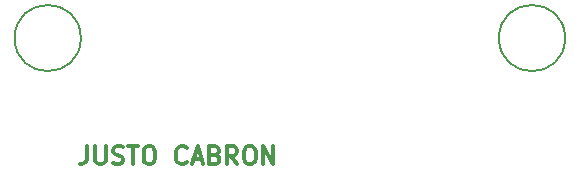
<source format=gbr>
G04 #@! TF.FileFunction,Other,Comment*
%FSLAX46Y46*%
G04 Gerber Fmt 4.6, Leading zero omitted, Abs format (unit mm)*
G04 Created by KiCad (PCBNEW 4.0.7-e2-6376~58~ubuntu16.04.1) date Fri Sep 22 12:12:09 2017*
%MOMM*%
%LPD*%
G01*
G04 APERTURE LIST*
%ADD10C,0.100000*%
%ADD11C,0.300000*%
%ADD12C,0.150000*%
G04 APERTURE END LIST*
D10*
D11*
X93321428Y-152178571D02*
X93321428Y-153250000D01*
X93250000Y-153464286D01*
X93107143Y-153607143D01*
X92892857Y-153678571D01*
X92750000Y-153678571D01*
X94035714Y-152178571D02*
X94035714Y-153392857D01*
X94107142Y-153535714D01*
X94178571Y-153607143D01*
X94321428Y-153678571D01*
X94607142Y-153678571D01*
X94750000Y-153607143D01*
X94821428Y-153535714D01*
X94892857Y-153392857D01*
X94892857Y-152178571D01*
X95535714Y-153607143D02*
X95750000Y-153678571D01*
X96107143Y-153678571D01*
X96250000Y-153607143D01*
X96321429Y-153535714D01*
X96392857Y-153392857D01*
X96392857Y-153250000D01*
X96321429Y-153107143D01*
X96250000Y-153035714D01*
X96107143Y-152964286D01*
X95821429Y-152892857D01*
X95678571Y-152821429D01*
X95607143Y-152750000D01*
X95535714Y-152607143D01*
X95535714Y-152464286D01*
X95607143Y-152321429D01*
X95678571Y-152250000D01*
X95821429Y-152178571D01*
X96178571Y-152178571D01*
X96392857Y-152250000D01*
X96821428Y-152178571D02*
X97678571Y-152178571D01*
X97250000Y-153678571D02*
X97250000Y-152178571D01*
X98464285Y-152178571D02*
X98749999Y-152178571D01*
X98892857Y-152250000D01*
X99035714Y-152392857D01*
X99107142Y-152678571D01*
X99107142Y-153178571D01*
X99035714Y-153464286D01*
X98892857Y-153607143D01*
X98749999Y-153678571D01*
X98464285Y-153678571D01*
X98321428Y-153607143D01*
X98178571Y-153464286D01*
X98107142Y-153178571D01*
X98107142Y-152678571D01*
X98178571Y-152392857D01*
X98321428Y-152250000D01*
X98464285Y-152178571D01*
X101750000Y-153535714D02*
X101678571Y-153607143D01*
X101464285Y-153678571D01*
X101321428Y-153678571D01*
X101107143Y-153607143D01*
X100964285Y-153464286D01*
X100892857Y-153321429D01*
X100821428Y-153035714D01*
X100821428Y-152821429D01*
X100892857Y-152535714D01*
X100964285Y-152392857D01*
X101107143Y-152250000D01*
X101321428Y-152178571D01*
X101464285Y-152178571D01*
X101678571Y-152250000D01*
X101750000Y-152321429D01*
X102321428Y-153250000D02*
X103035714Y-153250000D01*
X102178571Y-153678571D02*
X102678571Y-152178571D01*
X103178571Y-153678571D01*
X104178571Y-152892857D02*
X104392857Y-152964286D01*
X104464285Y-153035714D01*
X104535714Y-153178571D01*
X104535714Y-153392857D01*
X104464285Y-153535714D01*
X104392857Y-153607143D01*
X104249999Y-153678571D01*
X103678571Y-153678571D01*
X103678571Y-152178571D01*
X104178571Y-152178571D01*
X104321428Y-152250000D01*
X104392857Y-152321429D01*
X104464285Y-152464286D01*
X104464285Y-152607143D01*
X104392857Y-152750000D01*
X104321428Y-152821429D01*
X104178571Y-152892857D01*
X103678571Y-152892857D01*
X106035714Y-153678571D02*
X105535714Y-152964286D01*
X105178571Y-153678571D02*
X105178571Y-152178571D01*
X105749999Y-152178571D01*
X105892857Y-152250000D01*
X105964285Y-152321429D01*
X106035714Y-152464286D01*
X106035714Y-152678571D01*
X105964285Y-152821429D01*
X105892857Y-152892857D01*
X105749999Y-152964286D01*
X105178571Y-152964286D01*
X106964285Y-152178571D02*
X107249999Y-152178571D01*
X107392857Y-152250000D01*
X107535714Y-152392857D01*
X107607142Y-152678571D01*
X107607142Y-153178571D01*
X107535714Y-153464286D01*
X107392857Y-153607143D01*
X107249999Y-153678571D01*
X106964285Y-153678571D01*
X106821428Y-153607143D01*
X106678571Y-153464286D01*
X106607142Y-153178571D01*
X106607142Y-152678571D01*
X106678571Y-152392857D01*
X106821428Y-152250000D01*
X106964285Y-152178571D01*
X108250000Y-153678571D02*
X108250000Y-152178571D01*
X109107143Y-153678571D01*
X109107143Y-152178571D01*
D12*
X92800000Y-143000000D02*
G75*
G03X92800000Y-143000000I-2800000J0D01*
G01*
X133800000Y-143000000D02*
G75*
G03X133800000Y-143000000I-2800000J0D01*
G01*
M02*

</source>
